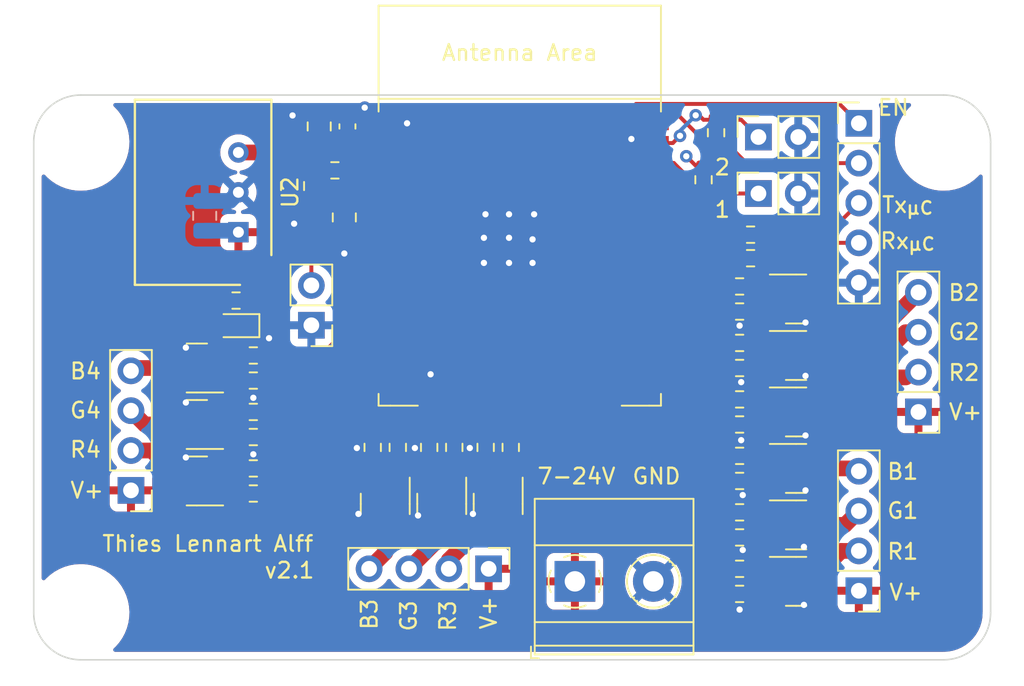
<source format=kicad_pcb>
(kicad_pcb (version 20211014) (generator pcbnew)

  (general
    (thickness 1.6)
  )

  (paper "A4")
  (layers
    (0 "F.Cu" signal)
    (31 "B.Cu" signal)
    (32 "B.Adhes" user "B.Adhesive")
    (33 "F.Adhes" user "F.Adhesive")
    (34 "B.Paste" user)
    (35 "F.Paste" user)
    (36 "B.SilkS" user "B.Silkscreen")
    (37 "F.SilkS" user "F.Silkscreen")
    (38 "B.Mask" user)
    (39 "F.Mask" user)
    (40 "Dwgs.User" user "User.Drawings")
    (41 "Cmts.User" user "User.Comments")
    (42 "Eco1.User" user "User.Eco1")
    (43 "Eco2.User" user "User.Eco2")
    (44 "Edge.Cuts" user)
    (45 "Margin" user)
    (46 "B.CrtYd" user "B.Courtyard")
    (47 "F.CrtYd" user "F.Courtyard")
    (48 "B.Fab" user)
    (49 "F.Fab" user)
    (50 "User.1" user)
    (51 "User.2" user)
    (52 "User.3" user)
    (53 "User.4" user)
    (54 "User.5" user)
    (55 "User.6" user)
    (56 "User.7" user)
    (57 "User.8" user)
    (58 "User.9" user)
  )

  (setup
    (stackup
      (layer "F.SilkS" (type "Top Silk Screen"))
      (layer "F.Paste" (type "Top Solder Paste"))
      (layer "F.Mask" (type "Top Solder Mask") (thickness 0.01))
      (layer "F.Cu" (type "copper") (thickness 0.035))
      (layer "dielectric 1" (type "core") (thickness 1.51) (material "FR4") (epsilon_r 4.5) (loss_tangent 0.02))
      (layer "B.Cu" (type "copper") (thickness 0.035))
      (layer "B.Mask" (type "Bottom Solder Mask") (thickness 0.01))
      (layer "B.Paste" (type "Bottom Solder Paste"))
      (layer "B.SilkS" (type "Bottom Silk Screen"))
      (copper_finish "None")
      (dielectric_constraints no)
    )
    (pad_to_mask_clearance 0)
    (pcbplotparams
      (layerselection 0x00010fc_ffffffff)
      (disableapertmacros false)
      (usegerberextensions false)
      (usegerberattributes true)
      (usegerberadvancedattributes true)
      (creategerberjobfile true)
      (svguseinch false)
      (svgprecision 6)
      (excludeedgelayer true)
      (plotframeref false)
      (viasonmask false)
      (mode 1)
      (useauxorigin false)
      (hpglpennumber 1)
      (hpglpenspeed 20)
      (hpglpendiameter 15.000000)
      (dxfpolygonmode true)
      (dxfimperialunits true)
      (dxfusepcbnewfont true)
      (psnegative false)
      (psa4output false)
      (plotreference true)
      (plotvalue true)
      (plotinvisibletext false)
      (sketchpadsonfab false)
      (subtractmaskfromsilk false)
      (outputformat 1)
      (mirror false)
      (drillshape 1)
      (scaleselection 1)
      (outputdirectory "")
    )
  )

  (net 0 "")
  (net 1 "GND")
  (net 2 "+24V")
  (net 3 "+3V3")
  (net 4 "Net-(D1-Pad2)")
  (net 5 "Net-(J2-Pad3)")
  (net 6 "/BUTTON_1")
  (net 7 "/BUTTON_2")
  (net 8 "/RGB_2/pwm_nfet_1/SWITCHED_GND")
  (net 9 "/RGB_2/pwm_nfet_2/SWITCHED_GND")
  (net 10 "/RGB_2/pwm_nfet_3/SWITCHED_GND")
  (net 11 "/RGB_3/pwm_nfet_1/SWITCHED_GND")
  (net 12 "/RGB_3/pwm_nfet_2/SWITCHED_GND")
  (net 13 "/RGB_3/pwm_nfet_3/SWITCHED_GND")
  (net 14 "/RGB_1/pwm_nfet_1/SWITCHED_GND")
  (net 15 "/RGB_1/pwm_nfet_2/SWITCHED_GND")
  (net 16 "/RGB_1/pwm_nfet_3/SWITCHED_GND")
  (net 17 "/RGB_4/pwm_nfet_1/SWITCHED_GND")
  (net 18 "/RGB_4/pwm_nfet_2/SWITCHED_GND")
  (net 19 "/RGB_4/pwm_nfet_3/SWITCHED_GND")
  (net 20 "/EN")
  (net 21 "/BOOT_MODE")
  (net 22 "Net-(Q3-Pad1)")
  (net 23 "Net-(Q4-Pad1)")
  (net 24 "Net-(Q5-Pad1)")
  (net 25 "Net-(Q6-Pad1)")
  (net 26 "Net-(Q7-Pad1)")
  (net 27 "Net-(Q8-Pad1)")
  (net 28 "Net-(Q9-Pad1)")
  (net 29 "Net-(Q10-Pad1)")
  (net 30 "Net-(Q11-Pad1)")
  (net 31 "Net-(Q12-Pad1)")
  (net 32 "Net-(Q13-Pad1)")
  (net 33 "Net-(Q14-Pad1)")
  (net 34 "/TX_MC")
  (net 35 "/RX_MC")
  (net 36 "/RED_1_SIGNAL")
  (net 37 "/BLUE_1_SIGNAL")
  (net 38 "/RED_2_SIGNAL")
  (net 39 "/BLUE_2_SIGNAL")
  (net 40 "/GREEN_2_SIGNAL")
  (net 41 "/RED_3_SIGNAL")
  (net 42 "/BLUE_3_SIGNAL")
  (net 43 "/GREEN_3_SIGNAL")
  (net 44 "/RED_4_SIGNAL")
  (net 45 "/BLUE_4_SIGNAL")
  (net 46 "/GREEN_1_SIGNAL")
  (net 47 "/GREEN_4_SIGNAL")
  (net 48 "unconnected-(U1-Pad9)")
  (net 49 "unconnected-(U1-Pad8)")
  (net 50 "unconnected-(U1-Pad7)")
  (net 51 "unconnected-(U1-Pad6)")
  (net 52 "unconnected-(U1-Pad5)")
  (net 53 "unconnected-(U1-Pad4)")
  (net 54 "unconnected-(U1-Pad17)")
  (net 55 "unconnected-(U1-Pad18)")
  (net 56 "unconnected-(U1-Pad19)")
  (net 57 "unconnected-(U1-Pad20)")
  (net 58 "unconnected-(U1-Pad21)")
  (net 59 "unconnected-(U1-Pad22)")
  (net 60 "unconnected-(U1-Pad23)")
  (net 61 "unconnected-(U1-Pad24)")
  (net 62 "unconnected-(U1-Pad32)")
  (net 63 "unconnected-(U1-Pad33)")
  (net 64 "Net-(J2-Pad4)")

  (footprint "Resistor_SMD:R_0603_1608Metric" (layer "F.Cu") (at 107.81 100.4625 -90))

  (footprint "Resistor_SMD:R_0603_1608Metric" (layer "F.Cu") (at 123.7 83.4 90))

  (footprint "Connector_PinSocket_2.54mm:PinSocket_1x02_P2.54mm_Vertical" (layer "F.Cu") (at 127.2 84.275 90))

  (footprint "Resistor_SMD:R_0603_1608Metric" (layer "F.Cu") (at 95 101.8))

  (footprint "custom:MountingHole_3.2mm_M3_ISO7380" (layer "F.Cu") (at 139 81))

  (footprint "Resistor_SMD:R_0603_1608Metric" (layer "F.Cu") (at 104.21 100.4625 -90))

  (footprint "LED_SMD:LED_0603_1608Metric" (layer "F.Cu") (at 93.9 92.7 180))

  (footprint "Espressif:ESP32-WROOM-32E" (layer "F.Cu") (at 111.985 86.8))

  (footprint "custom:MountingHole_3.2mm_M3_ISO7380" (layer "F.Cu") (at 84 111))

  (footprint "Connector_PinHeader_2.54mm:PinHeader_1x04_P2.54mm_Vertical" (layer "F.Cu") (at 110 108.2 -90))

  (footprint "Resistor_SMD:R_0603_1608Metric" (layer "F.Cu") (at 126 101))

  (footprint "Resistor_SMD:R_0603_1608Metric" (layer "F.Cu") (at 126 97.4))

  (footprint "Resistor_SMD:R_0603_1608Metric" (layer "F.Cu") (at 93.9 91.1))

  (footprint "Connector_PinHeader_2.54mm:PinHeader_1x02_P2.54mm_Vertical" (layer "F.Cu") (at 98.7 92.675 180))

  (footprint "Connector_PinHeader_2.54mm:PinHeader_1x04_P2.54mm_Vertical" (layer "F.Cu") (at 133.6 109.6 180))

  (footprint "Connector_PinHeader_2.54mm:PinHeader_1x04_P2.54mm_Vertical" (layer "F.Cu") (at 137.4 98.2 180))

  (footprint "TerminalBlock_Phoenix:TerminalBlock_Phoenix_MKDS-1,5-2_1x02_P5.00mm_Horizontal" (layer "F.Cu") (at 115.5 109))

  (footprint "Connector_PinHeader_2.54mm:PinHeader_1x05_P2.54mm_Vertical" (layer "F.Cu") (at 133.6 79.8))

  (footprint "Package_TO_SOT_SMD:SOT-23" (layer "F.Cu") (at 129.6 91))

  (footprint "Package_TO_SOT_SMD:SOT-23" (layer "F.Cu") (at 91.4 102.6 180))

  (footprint "Resistor_SMD:R_0603_1608Metric" (layer "F.Cu") (at 95 94.6))

  (footprint "Resistor_SMD:R_0603_1608Metric" (layer "F.Cu") (at 126 106.2 180))

  (footprint "Resistor_SMD:R_0603_1608Metric" (layer "F.Cu") (at 95 99.8 180))

  (footprint "Package_SIP:SIP3_11.6x8.5mm" (layer "F.Cu") (at 94.05 86.74 90))

  (footprint "Resistor_SMD:R_0603_1608Metric" (layer "F.Cu") (at 126 108.2))

  (footprint "Resistor_SMD:R_0603_1608Metric" (layer "F.Cu") (at 106.21 100.4625 90))

  (footprint "Resistor_SMD:R_0603_1608Metric" (layer "F.Cu") (at 126 104.6))

  (footprint "Resistor_SMD:R_0603_1608Metric" (layer "F.Cu") (at 100.2 82.8))

  (footprint "Package_TO_SOT_SMD:SOT-23" (layer "F.Cu") (at 91.4 99 180))

  (footprint "Package_TO_SOT_SMD:SOT-23" (layer "F.Cu") (at 129.6 101.8))

  (footprint "Package_TO_SOT_SMD:SOT-23" (layer "F.Cu") (at 129.6 109))

  (footprint "Resistor_SMD:R_0603_1608Metric" (layer "F.Cu") (at 102.61 100.4625 90))

  (footprint "custom:MountingHole_3.2mm_M3_ISO7380" (layer "F.Cu") (at 84 81))

  (footprint "Resistor_SMD:R_0603_1608Metric" (layer "F.Cu") (at 124.5 80.4 -90))

  (footprint "Capacitor_SMD:C_0805_2012Metric" (layer "F.Cu") (at 99.2 80 90))

  (footprint "Connector_PinHeader_2.54mm:PinHeader_1x04_P2.54mm_Vertical" (layer "F.Cu") (at 87.2 103.2 180))

  (footprint "Package_TO_SOT_SMD:SOT-23" (layer "F.Cu") (at 107.01 104.0625 -90))

  (footprint "Resistor_SMD:R_0603_1608Metric" (layer "F.Cu") (at 95 98.2))

  (footprint "Resistor_SMD:R_0603_1608Metric" (layer "F.Cu") (at 126 95.4 180))

  (footprint "Capacitor_SMD:C_0805_2012Metric" (layer "F.Cu") (at 100.8 85.8 90))

  (footprint "Resistor_SMD:R_0603_1608Metric" (layer "F.Cu") (at 111.41 100.4625 -90))

  (footprint "Resistor_SMD:R_0603_1608Metric" (layer "F.Cu") (at 126 90.2))

  (footprint "Package_TO_SOT_SMD:SOT-23" (layer "F.Cu") (at 91.4 95.4 180))

  (footprint "Package_TO_SOT_SMD:SOT-23" (layer "F.Cu") (at 110.61 104.0625 -90))

  (footprint "Capacitor_SMD:C_0603_1608Metric" (layer "F.Cu") (at 101 80 90))

  (footprint "Package_TO_SOT_SMD:SOT-23" (layer "F.Cu") (at 103.41 104.0625 -90))

  (footprint "Resistor_SMD:R_0603_1608Metric" (layer "F.Cu") (at 126.7 88.4))

  (footprint "Resistor_SMD:R_0603_1608Metric" (layer "F.Cu") (at 126 102.6 180))

  (footprint "Resistor_SMD:R_0603_1608Metric" (layer "F.Cu") (at 126 109.8 180))

  (footprint "Capacitor_SMD:C_0805_2012Metric" (layer "F.Cu") (at 97.5 83.8 -90))

  (footprint "Resistor_SMD:R_0603_1608Metric" (layer "F.Cu") (at 109.81 100.4625 90))

  (footprint "Connector_PinSocket_2.54mm:PinSocket_1x02_P2.54mm_Vertical" (layer "F.Cu") (at 127.2 80.675 90))

  (footprint "Resistor_SMD:R_0603_1608Metric" (layer "F.Cu") (at 126 91.8 180))

  (footprint "Resistor_SMD:R_0603_1608Metric" (layer "F.Cu") (at 126.7 86.9))

  (footprint "Package_TO_SOT_SMD:SOT-23" (layer "F.Cu") (at 129.6 94.6))

  (footprint "Package_TO_SOT_SMD:SOT-23" (layer "F.Cu") (at 129.6 98.2))

  (footprint "Resistor_SMD:R_0603_1608Metric" (layer "F.Cu")
    (tedit 5F68FEEE) (tstamp f6da4fcf-d99b-4c88-9339-ce2d4dc8286f)
    (at 126 93.8)
    (descr "Resistor SMD 0603 (1608 Metric), square (rectangular) end terminal, IPC_7351 nominal, (Body size source: IPC-SM-782 page 72, https://www.pcb-3d.com/wordpress/wp-content/uploads/ipc-sm-782a_amendment_1_and_2.pdf), generated with kicad-footprint-generator")
    (tags "resistor")
    (property "Sheetfile" "pwm_nfet.kicad_sch")
    (property "Sheetname" "pwm_nfet_2")
    (path "/968ce452-7503-43d4-bebd-80421bdb06f1/24fa19dd-d1ba-472c-9590-e1005d120012/e5732497-fe0a-435b-8376-728525c003f0")
    (attr smd)
    (fp_text reference "R16" (at 0 -1.43) (layer "F.SilkS") hide
      (effects (font (size 1 1) (thickness 0.15)))
      (tstamp b2745f9a-b5f9-41a2-93e8-6e8359e52d31)
    )
    (fp_text value "100R" (at 0 1.43) (layer "F.Fab")
      (effects (font (size 1 1) (thickness 0.15)))
      (tstamp 8258708d-b800-4616-b007-dbdd855e3da6)
    )
    (fp_text user "${REFERENCE}" (at 0 0) (layer "F.Fab")
      (effects (font (size 0.4 0.4) (thickness 0.06)))
      (tstamp 24cb171f-db9d-41db-9c48-c440d31f972b)
    )
    (fp_line (start -0.237258 -0.5225) (end 0.237258 -0.5225) (layer "F.SilkS") (width 0.12) (tstamp 239d3f66-14d3-4d07-be39-8512e423a62c))
    (fp_line (start -0.237258 0.5225) (end 0.237258 0.5225) (layer "F.SilkS") (width 0.12) (tstamp 7d9ed33b-8bfa-4041-98a7-9774e07b4a2e))
    (fp_line (start 1.48 0.73) (end -1.48 0.73) (layer "F.CrtYd") (width 0.05) (tstamp 04d91e84-d88c-4501-9110-7bfa2f490ddc))
    (fp_line (start -1.48 -0.73) (end 1.48 -0.73) (layer "F.CrtYd") (width 0.05) (tstamp 3deac473-117d-43b3-a6a1-a6a841ac2752))
    (fp_line (start -1.48 0.73) (end -1.48 -0.73) (layer "F.CrtYd") (width 0.05) (tstamp a475581f-7d9a-45b2-85c4-966c7cebcf6a))
    (fp_line (start 1.48 -0.73) (end 1.48 0.73) (layer "F.CrtYd") (width 0.05) (tstamp ba042d73-e613-4805-8ac2-19ecea1d7ff8))
    (fp_line (start 0.8 -0.4125) (end 0.8 0.4125) (layer "F.Fab") (width 0.1) (tstamp 056deac2-6076-46e1-b0a0-f29ebe77d68a))
    (fp_line (start 0.8 0.4125) (end -0.8 0.4125) (layer "F.Fab") (width 0.1) (tstamp 16002be0-f5bf-4b3a-b923-b59f440cede3))
    (fp_line (start -0.8 -0.4125) (end 0.8 -0.4125) (layer "F.Fab") (width 0.1) (tstamp 710040b5-c41b-4276-9ef7-40636914e037))
    (fp_line (start -0.8 0.4125) (end -0.8 -0.4125) (layer "F.Fab") (width 0.1) (tstamp ebc0117d-e624-410f-8a6a-984f47798f56))
    (pad "1" smd roun
... [271023 chars truncated]
</source>
